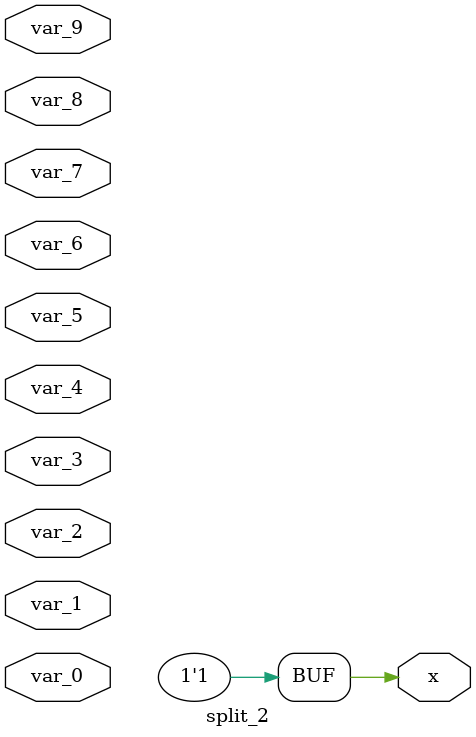
<source format=v>
module split_2(var_0, var_1, var_2, var_3, var_4, var_5, var_6, var_7, var_8, var_9, x);
    input [15:0] var_0;
    input [21:0] var_1;
    input [3:0] var_2;
    input [27:0] var_3;
    input [18:0] var_4;
    input [17:0] var_5;
    input [18:0] var_6;
    input [13:0] var_7;
    input [15:0] var_8;
    input [28:0] var_9;
    output wire x;

    assign x = 1'b1;
endmodule

</source>
